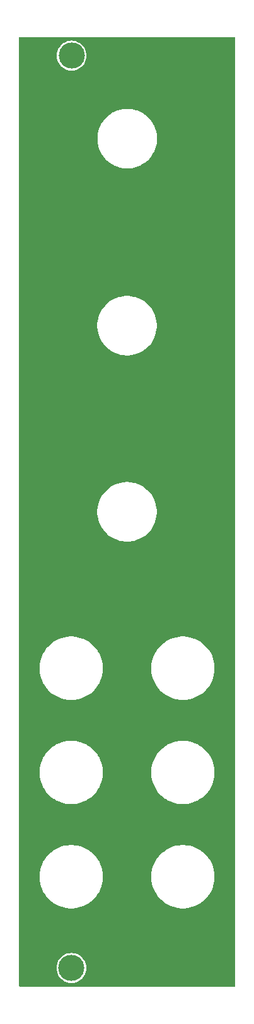
<source format=gbr>
%TF.GenerationSoftware,KiCad,Pcbnew,8.0.2*%
%TF.CreationDate,2024-05-21T21:55:18+01:00*%
%TF.ProjectId,panel-vert_mx-2024-03-26,70616e65-6c2d-4766-9572-745f6d782d32,rev?*%
%TF.SameCoordinates,Original*%
%TF.FileFunction,Copper,L1,Top*%
%TF.FilePolarity,Positive*%
%FSLAX46Y46*%
G04 Gerber Fmt 4.6, Leading zero omitted, Abs format (unit mm)*
G04 Created by KiCad (PCBNEW 8.0.2) date 2024-05-21 21:55:18*
%MOMM*%
%LPD*%
G01*
G04 APERTURE LIST*
%TA.AperFunction,ViaPad*%
%ADD10C,3.504800*%
%TD*%
G04 APERTURE END LIST*
D10*
%TO.N,SHIELD*%
X141054858Y-43753600D03*
X141034562Y-166253600D03*
%TD*%
%TA.AperFunction,NonConductor*%
G36*
X162982294Y-41272406D02*
G01*
X163000600Y-41316600D01*
X163000600Y-168690600D01*
X162982294Y-168734794D01*
X162938100Y-168753100D01*
X134064100Y-168753100D01*
X134019906Y-168734794D01*
X134001600Y-168690600D01*
X134001600Y-166253600D01*
X139022536Y-166253600D01*
X139043015Y-166539933D01*
X139043016Y-166539939D01*
X139104037Y-166820452D01*
X139104038Y-166820456D01*
X139204359Y-167089426D01*
X139204360Y-167089429D01*
X139341937Y-167341382D01*
X139341942Y-167341388D01*
X139513978Y-167571202D01*
X139716959Y-167774183D01*
X139716962Y-167774185D01*
X139716965Y-167774188D01*
X139946779Y-167946224D01*
X140198736Y-168083803D01*
X140467709Y-168184125D01*
X140748221Y-168245146D01*
X141034562Y-168265626D01*
X141320903Y-168245146D01*
X141601415Y-168184125D01*
X141870388Y-168083803D01*
X142122345Y-167946224D01*
X142352159Y-167774188D01*
X142555150Y-167571197D01*
X142727186Y-167341383D01*
X142864765Y-167089426D01*
X142965087Y-166820453D01*
X143026108Y-166539941D01*
X143046588Y-166253600D01*
X143026108Y-165967259D01*
X142965087Y-165686747D01*
X142864765Y-165417774D01*
X142727186Y-165165817D01*
X142555150Y-164936003D01*
X142555147Y-164936000D01*
X142555145Y-164935997D01*
X142352164Y-164733016D01*
X142122350Y-164560980D01*
X142122344Y-164560975D01*
X141870391Y-164423398D01*
X141870388Y-164423397D01*
X141601418Y-164323076D01*
X141601417Y-164323075D01*
X141601415Y-164323075D01*
X141320903Y-164262054D01*
X141320899Y-164262053D01*
X141320895Y-164262053D01*
X141034562Y-164241574D01*
X140748228Y-164262053D01*
X140748222Y-164262053D01*
X140748221Y-164262054D01*
X140467709Y-164323075D01*
X140467705Y-164323076D01*
X140198735Y-164423397D01*
X140198732Y-164423398D01*
X139946779Y-164560975D01*
X139946773Y-164560980D01*
X139716959Y-164733016D01*
X139513978Y-164935997D01*
X139341942Y-165165811D01*
X139341937Y-165165817D01*
X139204360Y-165417770D01*
X139204359Y-165417773D01*
X139104038Y-165686743D01*
X139104037Y-165686747D01*
X139043016Y-165967260D01*
X139043015Y-165967266D01*
X139022536Y-166253600D01*
X134001600Y-166253600D01*
X134001600Y-153818016D01*
X136750600Y-153818016D01*
X136750600Y-154189183D01*
X136782949Y-154558932D01*
X136782949Y-154558934D01*
X136847398Y-154924445D01*
X136943463Y-155282960D01*
X136943466Y-155282972D01*
X137070413Y-155631755D01*
X137227263Y-155968121D01*
X137412850Y-156289568D01*
X137625722Y-156593582D01*
X137625729Y-156593590D01*
X137625739Y-156593605D01*
X137864317Y-156877932D01*
X137864323Y-156877939D01*
X138126760Y-157140376D01*
X138126766Y-157140381D01*
X138126768Y-157140383D01*
X138411095Y-157378961D01*
X138411111Y-157378972D01*
X138411117Y-157378977D01*
X138613323Y-157520562D01*
X138715132Y-157591850D01*
X139036568Y-157777431D01*
X139036574Y-157777434D01*
X139036578Y-157777436D01*
X139372944Y-157934286D01*
X139372955Y-157934291D01*
X139721732Y-158061235D01*
X140035672Y-158145355D01*
X140080254Y-158157301D01*
X140344188Y-158203839D01*
X140445770Y-158221751D01*
X140737096Y-158247238D01*
X140815517Y-158254100D01*
X140815519Y-158254100D01*
X141186683Y-158254100D01*
X141251381Y-158248439D01*
X141556430Y-158221751D01*
X141678271Y-158200267D01*
X141921945Y-158157301D01*
X141921951Y-158157299D01*
X141921953Y-158157299D01*
X142280468Y-158061235D01*
X142629245Y-157934291D01*
X142965632Y-157777431D01*
X143287068Y-157591850D01*
X143591105Y-157378961D01*
X143875432Y-157140383D01*
X144137883Y-156877932D01*
X144376461Y-156593605D01*
X144589350Y-156289568D01*
X144774931Y-155968132D01*
X144931791Y-155631745D01*
X145058735Y-155282968D01*
X145154799Y-154924453D01*
X145154799Y-154924451D01*
X145154801Y-154924445D01*
X145219250Y-154558934D01*
X145219251Y-154558930D01*
X145251600Y-154189181D01*
X145251600Y-153818019D01*
X145251600Y-153818016D01*
X151750600Y-153818016D01*
X151750600Y-154189183D01*
X151782949Y-154558932D01*
X151782949Y-154558934D01*
X151847398Y-154924445D01*
X151943463Y-155282960D01*
X151943466Y-155282972D01*
X152070413Y-155631755D01*
X152227263Y-155968121D01*
X152412850Y-156289568D01*
X152625722Y-156593582D01*
X152625729Y-156593590D01*
X152625739Y-156593605D01*
X152864317Y-156877932D01*
X152864323Y-156877939D01*
X153126760Y-157140376D01*
X153126766Y-157140381D01*
X153126768Y-157140383D01*
X153411095Y-157378961D01*
X153411111Y-157378972D01*
X153411117Y-157378977D01*
X153613323Y-157520562D01*
X153715132Y-157591850D01*
X154036568Y-157777431D01*
X154036574Y-157777434D01*
X154036578Y-157777436D01*
X154372944Y-157934286D01*
X154372955Y-157934291D01*
X154721732Y-158061235D01*
X155035672Y-158145355D01*
X155080254Y-158157301D01*
X155344188Y-158203839D01*
X155445770Y-158221751D01*
X155737096Y-158247238D01*
X155815517Y-158254100D01*
X155815519Y-158254100D01*
X156186683Y-158254100D01*
X156251381Y-158248439D01*
X156556430Y-158221751D01*
X156678271Y-158200267D01*
X156921945Y-158157301D01*
X156921951Y-158157299D01*
X156921953Y-158157299D01*
X157280468Y-158061235D01*
X157629245Y-157934291D01*
X157965632Y-157777431D01*
X158287068Y-157591850D01*
X158591105Y-157378961D01*
X158875432Y-157140383D01*
X159137883Y-156877932D01*
X159376461Y-156593605D01*
X159589350Y-156289568D01*
X159774931Y-155968132D01*
X159931791Y-155631745D01*
X160058735Y-155282968D01*
X160154799Y-154924453D01*
X160154799Y-154924451D01*
X160154801Y-154924445D01*
X160219250Y-154558934D01*
X160219251Y-154558930D01*
X160251600Y-154189181D01*
X160251600Y-153818019D01*
X160219251Y-153448270D01*
X160210621Y-153399329D01*
X160154801Y-153082754D01*
X160142855Y-153038172D01*
X160058735Y-152724232D01*
X159931791Y-152375455D01*
X159774931Y-152039068D01*
X159589350Y-151717632D01*
X159518062Y-151615823D01*
X159376477Y-151413617D01*
X159376472Y-151413611D01*
X159376461Y-151413595D01*
X159137883Y-151129268D01*
X159137881Y-151129266D01*
X159137876Y-151129260D01*
X158875439Y-150866823D01*
X158875432Y-150866817D01*
X158591105Y-150628239D01*
X158591090Y-150628229D01*
X158591082Y-150628222D01*
X158287068Y-150415350D01*
X157965632Y-150229769D01*
X157965628Y-150229767D01*
X157965621Y-150229763D01*
X157629255Y-150072913D01*
X157629248Y-150072910D01*
X157629245Y-150072909D01*
X157475282Y-150016871D01*
X157280472Y-149945966D01*
X157280468Y-149945965D01*
X157228978Y-149932168D01*
X156921945Y-149849898D01*
X156556433Y-149785449D01*
X156186683Y-149753100D01*
X156186681Y-149753100D01*
X155815519Y-149753100D01*
X155815517Y-149753100D01*
X155445767Y-149785449D01*
X155445765Y-149785449D01*
X155080254Y-149849898D01*
X154721739Y-149945963D01*
X154721727Y-149945966D01*
X154372944Y-150072913D01*
X154036578Y-150229763D01*
X153715131Y-150415350D01*
X153411117Y-150628222D01*
X153411101Y-150628234D01*
X153411095Y-150628239D01*
X153272463Y-150744564D01*
X153126760Y-150866823D01*
X152864323Y-151129260D01*
X152742064Y-151274963D01*
X152625739Y-151413595D01*
X152625738Y-151413597D01*
X152625722Y-151413617D01*
X152412850Y-151717631D01*
X152227263Y-152039078D01*
X152070413Y-152375444D01*
X151943466Y-152724227D01*
X151943463Y-152724239D01*
X151847398Y-153082754D01*
X151782949Y-153448265D01*
X151782949Y-153448267D01*
X151750600Y-153818016D01*
X145251600Y-153818016D01*
X145219251Y-153448270D01*
X145210621Y-153399329D01*
X145154801Y-153082754D01*
X145142855Y-153038172D01*
X145058735Y-152724232D01*
X144931791Y-152375455D01*
X144774931Y-152039068D01*
X144589350Y-151717632D01*
X144518062Y-151615823D01*
X144376477Y-151413617D01*
X144376472Y-151413611D01*
X144376461Y-151413595D01*
X144137883Y-151129268D01*
X144137881Y-151129266D01*
X144137876Y-151129260D01*
X143875439Y-150866823D01*
X143875432Y-150866817D01*
X143591105Y-150628239D01*
X143591090Y-150628229D01*
X143591082Y-150628222D01*
X143287068Y-150415350D01*
X142965632Y-150229769D01*
X142965628Y-150229767D01*
X142965621Y-150229763D01*
X142629255Y-150072913D01*
X142629248Y-150072910D01*
X142629245Y-150072909D01*
X142475282Y-150016871D01*
X142280472Y-149945966D01*
X142280468Y-149945965D01*
X142228978Y-149932168D01*
X141921945Y-149849898D01*
X141556433Y-149785449D01*
X141186683Y-149753100D01*
X141186681Y-149753100D01*
X140815519Y-149753100D01*
X140815517Y-149753100D01*
X140445767Y-149785449D01*
X140445765Y-149785449D01*
X140080254Y-149849898D01*
X139721739Y-149945963D01*
X139721727Y-149945966D01*
X139372944Y-150072913D01*
X139036578Y-150229763D01*
X138715131Y-150415350D01*
X138411117Y-150628222D01*
X138411101Y-150628234D01*
X138411095Y-150628239D01*
X138272463Y-150744564D01*
X138126760Y-150866823D01*
X137864323Y-151129260D01*
X137742064Y-151274963D01*
X137625739Y-151413595D01*
X137625738Y-151413597D01*
X137625722Y-151413617D01*
X137412850Y-151717631D01*
X137227263Y-152039078D01*
X137070413Y-152375444D01*
X136943466Y-152724227D01*
X136943463Y-152724239D01*
X136847398Y-153082754D01*
X136782949Y-153448265D01*
X136782949Y-153448267D01*
X136750600Y-153818016D01*
X134001600Y-153818016D01*
X134001600Y-139818016D01*
X136750600Y-139818016D01*
X136750600Y-140189183D01*
X136782949Y-140558932D01*
X136782949Y-140558934D01*
X136847398Y-140924445D01*
X136943463Y-141282960D01*
X136943466Y-141282972D01*
X137070413Y-141631755D01*
X137227263Y-141968121D01*
X137412850Y-142289568D01*
X137625722Y-142593582D01*
X137625729Y-142593590D01*
X137625739Y-142593605D01*
X137864317Y-142877932D01*
X137864323Y-142877939D01*
X138126760Y-143140376D01*
X138126766Y-143140381D01*
X138126768Y-143140383D01*
X138411095Y-143378961D01*
X138411111Y-143378972D01*
X138411117Y-143378977D01*
X138613323Y-143520562D01*
X138715132Y-143591850D01*
X139036568Y-143777431D01*
X139036574Y-143777434D01*
X139036578Y-143777436D01*
X139372944Y-143934286D01*
X139372955Y-143934291D01*
X139721732Y-144061235D01*
X140035672Y-144145355D01*
X140080254Y-144157301D01*
X140344188Y-144203839D01*
X140445770Y-144221751D01*
X140737096Y-144247238D01*
X140815517Y-144254100D01*
X140815519Y-144254100D01*
X141186683Y-144254100D01*
X141251381Y-144248439D01*
X141556430Y-144221751D01*
X141678271Y-144200267D01*
X141921945Y-144157301D01*
X141921951Y-144157299D01*
X141921953Y-144157299D01*
X142280468Y-144061235D01*
X142629245Y-143934291D01*
X142965632Y-143777431D01*
X143287068Y-143591850D01*
X143591105Y-143378961D01*
X143875432Y-143140383D01*
X144137883Y-142877932D01*
X144376461Y-142593605D01*
X144589350Y-142289568D01*
X144774931Y-141968132D01*
X144931791Y-141631745D01*
X145058735Y-141282968D01*
X145154799Y-140924453D01*
X145154799Y-140924451D01*
X145154801Y-140924445D01*
X145219250Y-140558934D01*
X145219251Y-140558930D01*
X145251600Y-140189181D01*
X145251600Y-139818019D01*
X145251600Y-139818016D01*
X151750600Y-139818016D01*
X151750600Y-140189183D01*
X151782949Y-140558932D01*
X151782949Y-140558934D01*
X151847398Y-140924445D01*
X151943463Y-141282960D01*
X151943466Y-141282972D01*
X152070413Y-141631755D01*
X152227263Y-141968121D01*
X152412850Y-142289568D01*
X152625722Y-142593582D01*
X152625729Y-142593590D01*
X152625739Y-142593605D01*
X152864317Y-142877932D01*
X152864323Y-142877939D01*
X153126760Y-143140376D01*
X153126766Y-143140381D01*
X153126768Y-143140383D01*
X153411095Y-143378961D01*
X153411111Y-143378972D01*
X153411117Y-143378977D01*
X153613323Y-143520562D01*
X153715132Y-143591850D01*
X154036568Y-143777431D01*
X154036574Y-143777434D01*
X154036578Y-143777436D01*
X154372944Y-143934286D01*
X154372955Y-143934291D01*
X154721732Y-144061235D01*
X155035672Y-144145355D01*
X155080254Y-144157301D01*
X155344188Y-144203839D01*
X155445770Y-144221751D01*
X155737096Y-144247238D01*
X155815517Y-144254100D01*
X155815519Y-144254100D01*
X156186683Y-144254100D01*
X156251381Y-144248439D01*
X156556430Y-144221751D01*
X156678271Y-144200267D01*
X156921945Y-144157301D01*
X156921951Y-144157299D01*
X156921953Y-144157299D01*
X157280468Y-144061235D01*
X157629245Y-143934291D01*
X157965632Y-143777431D01*
X158287068Y-143591850D01*
X158591105Y-143378961D01*
X158875432Y-143140383D01*
X159137883Y-142877932D01*
X159376461Y-142593605D01*
X159589350Y-142289568D01*
X159774931Y-141968132D01*
X159931791Y-141631745D01*
X160058735Y-141282968D01*
X160154799Y-140924453D01*
X160154799Y-140924451D01*
X160154801Y-140924445D01*
X160219250Y-140558934D01*
X160219251Y-140558930D01*
X160251600Y-140189181D01*
X160251600Y-139818019D01*
X160219251Y-139448270D01*
X160210621Y-139399329D01*
X160154801Y-139082754D01*
X160142855Y-139038172D01*
X160058735Y-138724232D01*
X159931791Y-138375455D01*
X159774931Y-138039068D01*
X159589350Y-137717632D01*
X159518062Y-137615823D01*
X159376477Y-137413617D01*
X159376472Y-137413611D01*
X159376461Y-137413595D01*
X159137883Y-137129268D01*
X159137881Y-137129266D01*
X159137876Y-137129260D01*
X158875439Y-136866823D01*
X158875432Y-136866817D01*
X158591105Y-136628239D01*
X158591090Y-136628229D01*
X158591082Y-136628222D01*
X158287068Y-136415350D01*
X157965632Y-136229769D01*
X157965628Y-136229767D01*
X157965621Y-136229763D01*
X157629255Y-136072913D01*
X157629248Y-136072910D01*
X157629245Y-136072909D01*
X157475282Y-136016871D01*
X157280472Y-135945966D01*
X157280468Y-135945965D01*
X157228978Y-135932168D01*
X156921945Y-135849898D01*
X156556433Y-135785449D01*
X156186683Y-135753100D01*
X156186681Y-135753100D01*
X155815519Y-135753100D01*
X155815517Y-135753100D01*
X155445767Y-135785449D01*
X155445765Y-135785449D01*
X155080254Y-135849898D01*
X154721739Y-135945963D01*
X154721727Y-135945966D01*
X154372944Y-136072913D01*
X154036578Y-136229763D01*
X153715131Y-136415350D01*
X153411117Y-136628222D01*
X153411101Y-136628234D01*
X153411095Y-136628239D01*
X153272463Y-136744564D01*
X153126760Y-136866823D01*
X152864323Y-137129260D01*
X152742064Y-137274963D01*
X152625739Y-137413595D01*
X152625738Y-137413597D01*
X152625722Y-137413617D01*
X152412850Y-137717631D01*
X152227263Y-138039078D01*
X152070413Y-138375444D01*
X151943466Y-138724227D01*
X151943463Y-138724239D01*
X151847398Y-139082754D01*
X151782949Y-139448265D01*
X151782949Y-139448267D01*
X151750600Y-139818016D01*
X145251600Y-139818016D01*
X145219251Y-139448270D01*
X145210621Y-139399329D01*
X145154801Y-139082754D01*
X145142855Y-139038172D01*
X145058735Y-138724232D01*
X144931791Y-138375455D01*
X144774931Y-138039068D01*
X144589350Y-137717632D01*
X144518062Y-137615823D01*
X144376477Y-137413617D01*
X144376472Y-137413611D01*
X144376461Y-137413595D01*
X144137883Y-137129268D01*
X144137881Y-137129266D01*
X144137876Y-137129260D01*
X143875439Y-136866823D01*
X143875432Y-136866817D01*
X143591105Y-136628239D01*
X143591090Y-136628229D01*
X143591082Y-136628222D01*
X143287068Y-136415350D01*
X142965632Y-136229769D01*
X142965628Y-136229767D01*
X142965621Y-136229763D01*
X142629255Y-136072913D01*
X142629248Y-136072910D01*
X142629245Y-136072909D01*
X142475282Y-136016871D01*
X142280472Y-135945966D01*
X142280468Y-135945965D01*
X142228978Y-135932168D01*
X141921945Y-135849898D01*
X141556433Y-135785449D01*
X141186683Y-135753100D01*
X141186681Y-135753100D01*
X140815519Y-135753100D01*
X140815517Y-135753100D01*
X140445767Y-135785449D01*
X140445765Y-135785449D01*
X140080254Y-135849898D01*
X139721739Y-135945963D01*
X139721727Y-135945966D01*
X139372944Y-136072913D01*
X139036578Y-136229763D01*
X138715131Y-136415350D01*
X138411117Y-136628222D01*
X138411101Y-136628234D01*
X138411095Y-136628239D01*
X138272463Y-136744564D01*
X138126760Y-136866823D01*
X137864323Y-137129260D01*
X137742064Y-137274963D01*
X137625739Y-137413595D01*
X137625738Y-137413597D01*
X137625722Y-137413617D01*
X137412850Y-137717631D01*
X137227263Y-138039078D01*
X137070413Y-138375444D01*
X136943466Y-138724227D01*
X136943463Y-138724239D01*
X136847398Y-139082754D01*
X136782949Y-139448265D01*
X136782949Y-139448267D01*
X136750600Y-139818016D01*
X134001600Y-139818016D01*
X134001600Y-125818016D01*
X136750600Y-125818016D01*
X136750600Y-126189183D01*
X136782949Y-126558932D01*
X136782949Y-126558934D01*
X136847398Y-126924445D01*
X136943463Y-127282960D01*
X136943466Y-127282972D01*
X137070413Y-127631755D01*
X137227263Y-127968121D01*
X137412850Y-128289568D01*
X137625722Y-128593582D01*
X137625729Y-128593590D01*
X137625739Y-128593605D01*
X137864317Y-128877932D01*
X137864323Y-128877939D01*
X138126760Y-129140376D01*
X138126766Y-129140381D01*
X138126768Y-129140383D01*
X138411095Y-129378961D01*
X138411111Y-129378972D01*
X138411117Y-129378977D01*
X138613323Y-129520562D01*
X138715132Y-129591850D01*
X139036568Y-129777431D01*
X139036574Y-129777434D01*
X139036578Y-129777436D01*
X139372944Y-129934286D01*
X139372955Y-129934291D01*
X139721732Y-130061235D01*
X140035672Y-130145355D01*
X140080254Y-130157301D01*
X140344188Y-130203839D01*
X140445770Y-130221751D01*
X140737096Y-130247238D01*
X140815517Y-130254100D01*
X140815519Y-130254100D01*
X141186683Y-130254100D01*
X141251381Y-130248439D01*
X141556430Y-130221751D01*
X141678271Y-130200267D01*
X141921945Y-130157301D01*
X141921951Y-130157299D01*
X141921953Y-130157299D01*
X142280468Y-130061235D01*
X142629245Y-129934291D01*
X142965632Y-129777431D01*
X143287068Y-129591850D01*
X143591105Y-129378961D01*
X143875432Y-129140383D01*
X144137883Y-128877932D01*
X144376461Y-128593605D01*
X144589350Y-128289568D01*
X144774931Y-127968132D01*
X144931791Y-127631745D01*
X145058735Y-127282968D01*
X145154799Y-126924453D01*
X145154799Y-126924451D01*
X145154801Y-126924445D01*
X145219250Y-126558934D01*
X145219251Y-126558930D01*
X145251600Y-126189181D01*
X145251600Y-125818019D01*
X145251600Y-125818016D01*
X151750600Y-125818016D01*
X151750600Y-126189183D01*
X151782949Y-126558932D01*
X151782949Y-126558934D01*
X151847398Y-126924445D01*
X151943463Y-127282960D01*
X151943466Y-127282972D01*
X152070413Y-127631755D01*
X152227263Y-127968121D01*
X152412850Y-128289568D01*
X152625722Y-128593582D01*
X152625729Y-128593590D01*
X152625739Y-128593605D01*
X152864317Y-128877932D01*
X152864323Y-128877939D01*
X153126760Y-129140376D01*
X153126766Y-129140381D01*
X153126768Y-129140383D01*
X153411095Y-129378961D01*
X153411111Y-129378972D01*
X153411117Y-129378977D01*
X153613323Y-129520562D01*
X153715132Y-129591850D01*
X154036568Y-129777431D01*
X154036574Y-129777434D01*
X154036578Y-129777436D01*
X154372944Y-129934286D01*
X154372955Y-129934291D01*
X154721732Y-130061235D01*
X155035672Y-130145355D01*
X155080254Y-130157301D01*
X155344188Y-130203839D01*
X155445770Y-130221751D01*
X155737096Y-130247238D01*
X155815517Y-130254100D01*
X155815519Y-130254100D01*
X156186683Y-130254100D01*
X156251381Y-130248439D01*
X156556430Y-130221751D01*
X156678271Y-130200267D01*
X156921945Y-130157301D01*
X156921951Y-130157299D01*
X156921953Y-130157299D01*
X157280468Y-130061235D01*
X157629245Y-129934291D01*
X157965632Y-129777431D01*
X158287068Y-129591850D01*
X158591105Y-129378961D01*
X158875432Y-129140383D01*
X159137883Y-128877932D01*
X159376461Y-128593605D01*
X159589350Y-128289568D01*
X159774931Y-127968132D01*
X159931791Y-127631745D01*
X160058735Y-127282968D01*
X160154799Y-126924453D01*
X160154799Y-126924451D01*
X160154801Y-126924445D01*
X160219250Y-126558934D01*
X160219251Y-126558930D01*
X160251600Y-126189181D01*
X160251600Y-125818019D01*
X160219251Y-125448270D01*
X160210621Y-125399329D01*
X160154801Y-125082754D01*
X160142855Y-125038172D01*
X160058735Y-124724232D01*
X159931791Y-124375455D01*
X159774931Y-124039068D01*
X159589350Y-123717632D01*
X159518062Y-123615823D01*
X159376477Y-123413617D01*
X159376472Y-123413611D01*
X159376461Y-123413595D01*
X159137883Y-123129268D01*
X159137881Y-123129266D01*
X159137876Y-123129260D01*
X158875439Y-122866823D01*
X158875432Y-122866817D01*
X158591105Y-122628239D01*
X158591090Y-122628229D01*
X158591082Y-122628222D01*
X158287068Y-122415350D01*
X157965632Y-122229769D01*
X157965628Y-122229767D01*
X157965621Y-122229763D01*
X157629255Y-122072913D01*
X157629248Y-122072910D01*
X157629245Y-122072909D01*
X157475282Y-122016871D01*
X157280472Y-121945966D01*
X157280468Y-121945965D01*
X157228978Y-121932168D01*
X156921945Y-121849898D01*
X156556433Y-121785449D01*
X156186683Y-121753100D01*
X156186681Y-121753100D01*
X155815519Y-121753100D01*
X155815517Y-121753100D01*
X155445767Y-121785449D01*
X155445765Y-121785449D01*
X155080254Y-121849898D01*
X154721739Y-121945963D01*
X154721727Y-121945966D01*
X154372944Y-122072913D01*
X154036578Y-122229763D01*
X153715131Y-122415350D01*
X153411117Y-122628222D01*
X153411101Y-122628234D01*
X153411095Y-122628239D01*
X153272463Y-122744564D01*
X153126760Y-122866823D01*
X152864323Y-123129260D01*
X152742064Y-123274963D01*
X152625739Y-123413595D01*
X152625738Y-123413597D01*
X152625722Y-123413617D01*
X152412850Y-123717631D01*
X152227263Y-124039078D01*
X152070413Y-124375444D01*
X151943466Y-124724227D01*
X151943463Y-124724239D01*
X151847398Y-125082754D01*
X151782949Y-125448265D01*
X151782949Y-125448267D01*
X151750600Y-125818016D01*
X145251600Y-125818016D01*
X145219251Y-125448270D01*
X145210621Y-125399329D01*
X145154801Y-125082754D01*
X145142855Y-125038172D01*
X145058735Y-124724232D01*
X144931791Y-124375455D01*
X144774931Y-124039068D01*
X144589350Y-123717632D01*
X144518062Y-123615823D01*
X144376477Y-123413617D01*
X144376472Y-123413611D01*
X144376461Y-123413595D01*
X144137883Y-123129268D01*
X144137881Y-123129266D01*
X144137876Y-123129260D01*
X143875439Y-122866823D01*
X143875432Y-122866817D01*
X143591105Y-122628239D01*
X143591090Y-122628229D01*
X143591082Y-122628222D01*
X143287068Y-122415350D01*
X142965632Y-122229769D01*
X142965628Y-122229767D01*
X142965621Y-122229763D01*
X142629255Y-122072913D01*
X142629248Y-122072910D01*
X142629245Y-122072909D01*
X142475282Y-122016871D01*
X142280472Y-121945966D01*
X142280468Y-121945965D01*
X142228978Y-121932168D01*
X141921945Y-121849898D01*
X141556433Y-121785449D01*
X141186683Y-121753100D01*
X141186681Y-121753100D01*
X140815519Y-121753100D01*
X140815517Y-121753100D01*
X140445767Y-121785449D01*
X140445765Y-121785449D01*
X140080254Y-121849898D01*
X139721739Y-121945963D01*
X139721727Y-121945966D01*
X139372944Y-122072913D01*
X139036578Y-122229763D01*
X138715131Y-122415350D01*
X138411117Y-122628222D01*
X138411101Y-122628234D01*
X138411095Y-122628239D01*
X138272463Y-122744564D01*
X138126760Y-122866823D01*
X137864323Y-123129260D01*
X137742064Y-123274963D01*
X137625739Y-123413595D01*
X137625738Y-123413597D01*
X137625722Y-123413617D01*
X137412850Y-123717631D01*
X137227263Y-124039078D01*
X137070413Y-124375444D01*
X136943466Y-124724227D01*
X136943463Y-124724239D01*
X136847398Y-125082754D01*
X136782949Y-125448265D01*
X136782949Y-125448267D01*
X136750600Y-125818016D01*
X134001600Y-125818016D01*
X134001600Y-104807071D01*
X144500600Y-104807071D01*
X144500600Y-105200128D01*
X144539125Y-105591295D01*
X144615806Y-105976800D01*
X144615810Y-105976815D01*
X144729910Y-106352953D01*
X144729912Y-106352958D01*
X144729914Y-106352964D01*
X144880328Y-106716095D01*
X145065614Y-107062743D01*
X145283996Y-107389574D01*
X145283999Y-107389577D01*
X145533345Y-107693406D01*
X145533351Y-107693413D01*
X145811286Y-107971348D01*
X145811293Y-107971354D01*
X146115122Y-108220700D01*
X146115125Y-108220703D01*
X146115131Y-108220707D01*
X146441951Y-108439082D01*
X146441953Y-108439083D01*
X146441956Y-108439085D01*
X146573643Y-108509473D01*
X146788603Y-108624371D01*
X147151735Y-108774785D01*
X147151734Y-108774785D01*
X147151737Y-108774786D01*
X147151747Y-108774790D01*
X147527885Y-108888890D01*
X147527894Y-108888891D01*
X147527899Y-108888893D01*
X147630775Y-108909356D01*
X147913397Y-108965573D01*
X147913402Y-108965573D01*
X147913405Y-108965574D01*
X147913403Y-108965574D01*
X148112661Y-108985198D01*
X148304568Y-109004100D01*
X148304572Y-109004100D01*
X148697628Y-109004100D01*
X148697632Y-109004100D01*
X148951914Y-108979055D01*
X149088795Y-108965574D01*
X149088797Y-108965573D01*
X149088803Y-108965573D01*
X149474315Y-108888890D01*
X149850453Y-108774790D01*
X150213597Y-108624371D01*
X150560249Y-108439082D01*
X150887069Y-108220707D01*
X151190912Y-107971350D01*
X151468850Y-107693412D01*
X151718207Y-107389569D01*
X151936582Y-107062749D01*
X152121871Y-106716097D01*
X152272290Y-106352953D01*
X152386390Y-105976815D01*
X152463073Y-105591303D01*
X152501600Y-105200132D01*
X152501600Y-104807068D01*
X152463073Y-104415897D01*
X152386390Y-104030385D01*
X152272290Y-103654247D01*
X152121871Y-103291103D01*
X151936582Y-102944451D01*
X151718207Y-102617631D01*
X151718203Y-102617625D01*
X151718200Y-102617622D01*
X151468854Y-102313793D01*
X151468848Y-102313786D01*
X151190913Y-102035851D01*
X151190906Y-102035845D01*
X150887077Y-101786499D01*
X150887074Y-101786496D01*
X150560243Y-101568114D01*
X150213595Y-101382828D01*
X149850464Y-101232414D01*
X149850465Y-101232414D01*
X149850456Y-101232411D01*
X149850453Y-101232410D01*
X149646367Y-101170501D01*
X149474316Y-101118310D01*
X149474300Y-101118306D01*
X149088794Y-101041625D01*
X149088796Y-101041625D01*
X148788038Y-101012004D01*
X148697632Y-101003100D01*
X148304568Y-101003100D01*
X148214161Y-101012004D01*
X147913404Y-101041625D01*
X147527899Y-101118306D01*
X147527883Y-101118310D01*
X147291776Y-101189932D01*
X147151747Y-101232410D01*
X147151743Y-101232411D01*
X147151735Y-101232414D01*
X146788604Y-101382828D01*
X146441956Y-101568114D01*
X146115125Y-101786496D01*
X146115122Y-101786499D01*
X145811293Y-102035845D01*
X145811286Y-102035851D01*
X145533351Y-102313786D01*
X145533345Y-102313793D01*
X145283999Y-102617622D01*
X145283996Y-102617625D01*
X145065614Y-102944456D01*
X144880328Y-103291104D01*
X144729914Y-103654235D01*
X144615810Y-104030383D01*
X144615806Y-104030399D01*
X144539125Y-104415904D01*
X144500600Y-104807071D01*
X134001600Y-104807071D01*
X134001600Y-79807071D01*
X144500600Y-79807071D01*
X144500600Y-80200128D01*
X144539125Y-80591295D01*
X144615806Y-80976800D01*
X144615810Y-80976815D01*
X144729910Y-81352953D01*
X144729912Y-81352958D01*
X144729914Y-81352964D01*
X144880328Y-81716095D01*
X145065614Y-82062743D01*
X145283996Y-82389574D01*
X145283999Y-82389577D01*
X145533345Y-82693406D01*
X145533351Y-82693413D01*
X145811286Y-82971348D01*
X145811293Y-82971354D01*
X146115122Y-83220700D01*
X146115125Y-83220703D01*
X146115131Y-83220707D01*
X146441951Y-83439082D01*
X146441953Y-83439083D01*
X146441956Y-83439085D01*
X146573643Y-83509473D01*
X146788603Y-83624371D01*
X147151735Y-83774785D01*
X147151734Y-83774785D01*
X147151737Y-83774786D01*
X147151747Y-83774790D01*
X147527885Y-83888890D01*
X147527894Y-83888891D01*
X147527899Y-83888893D01*
X147630775Y-83909356D01*
X147913397Y-83965573D01*
X147913402Y-83965573D01*
X147913405Y-83965574D01*
X147913403Y-83965574D01*
X148112661Y-83985198D01*
X148304568Y-84004100D01*
X148304572Y-84004100D01*
X148697628Y-84004100D01*
X148697632Y-84004100D01*
X148951914Y-83979055D01*
X149088795Y-83965574D01*
X149088797Y-83965573D01*
X149088803Y-83965573D01*
X149474315Y-83888890D01*
X149850453Y-83774790D01*
X150213597Y-83624371D01*
X150560249Y-83439082D01*
X150887069Y-83220707D01*
X151190912Y-82971350D01*
X151468850Y-82693412D01*
X151718207Y-82389569D01*
X151936582Y-82062749D01*
X152121871Y-81716097D01*
X152272290Y-81352953D01*
X152386390Y-80976815D01*
X152463073Y-80591303D01*
X152501600Y-80200132D01*
X152501600Y-79807068D01*
X152463073Y-79415897D01*
X152386390Y-79030385D01*
X152272290Y-78654247D01*
X152121871Y-78291103D01*
X151936582Y-77944451D01*
X151718207Y-77617631D01*
X151718203Y-77617625D01*
X151718200Y-77617622D01*
X151468854Y-77313793D01*
X151468848Y-77313786D01*
X151190913Y-77035851D01*
X151190906Y-77035845D01*
X150887077Y-76786499D01*
X150887074Y-76786496D01*
X150560243Y-76568114D01*
X150213595Y-76382828D01*
X149850464Y-76232414D01*
X149850465Y-76232414D01*
X149850456Y-76232411D01*
X149850453Y-76232410D01*
X149646367Y-76170501D01*
X149474316Y-76118310D01*
X149474300Y-76118306D01*
X149088794Y-76041625D01*
X149088796Y-76041625D01*
X148788038Y-76012004D01*
X148697632Y-76003100D01*
X148304568Y-76003100D01*
X148214161Y-76012004D01*
X147913404Y-76041625D01*
X147527899Y-76118306D01*
X147527883Y-76118310D01*
X147291776Y-76189932D01*
X147151747Y-76232410D01*
X147151743Y-76232411D01*
X147151735Y-76232414D01*
X146788604Y-76382828D01*
X146441956Y-76568114D01*
X146115125Y-76786496D01*
X146115122Y-76786499D01*
X145811293Y-77035845D01*
X145811286Y-77035851D01*
X145533351Y-77313786D01*
X145533345Y-77313793D01*
X145283999Y-77617622D01*
X145283996Y-77617625D01*
X145065614Y-77944456D01*
X144880328Y-78291104D01*
X144729914Y-78654235D01*
X144615810Y-79030383D01*
X144615806Y-79030399D01*
X144539125Y-79415904D01*
X144500600Y-79807071D01*
X134001600Y-79807071D01*
X134001600Y-54694886D01*
X144520817Y-54694886D01*
X144520817Y-55087943D01*
X144559342Y-55479110D01*
X144636023Y-55864615D01*
X144636027Y-55864630D01*
X144750127Y-56240768D01*
X144750129Y-56240773D01*
X144750131Y-56240779D01*
X144900545Y-56603910D01*
X145085831Y-56950558D01*
X145304213Y-57277389D01*
X145304216Y-57277392D01*
X145553562Y-57581221D01*
X145553568Y-57581228D01*
X145831503Y-57859163D01*
X145831510Y-57859169D01*
X146135339Y-58108515D01*
X146135342Y-58108518D01*
X146135348Y-58108522D01*
X146462168Y-58326897D01*
X146462170Y-58326898D01*
X146462173Y-58326900D01*
X146593860Y-58397288D01*
X146808820Y-58512186D01*
X147171952Y-58662600D01*
X147171951Y-58662600D01*
X147171954Y-58662601D01*
X147171964Y-58662605D01*
X147548102Y-58776705D01*
X147548111Y-58776706D01*
X147548116Y-58776708D01*
X147650992Y-58797171D01*
X147933614Y-58853388D01*
X147933619Y-58853388D01*
X147933622Y-58853389D01*
X147933620Y-58853389D01*
X148132878Y-58873013D01*
X148324785Y-58891915D01*
X148324789Y-58891915D01*
X148717845Y-58891915D01*
X148717849Y-58891915D01*
X148972131Y-58866870D01*
X149109012Y-58853389D01*
X149109014Y-58853388D01*
X149109020Y-58853388D01*
X149494532Y-58776705D01*
X149870670Y-58662605D01*
X150233814Y-58512186D01*
X150580466Y-58326897D01*
X150907286Y-58108522D01*
X151211129Y-57859165D01*
X151489067Y-57581227D01*
X151738424Y-57277384D01*
X151956799Y-56950564D01*
X152142088Y-56603912D01*
X152292507Y-56240768D01*
X152406607Y-55864630D01*
X152483290Y-55479118D01*
X152521817Y-55087947D01*
X152521817Y-54694883D01*
X152483290Y-54303712D01*
X152406607Y-53918200D01*
X152292507Y-53542062D01*
X152142088Y-53178918D01*
X151956799Y-52832266D01*
X151738424Y-52505446D01*
X151738420Y-52505440D01*
X151738417Y-52505437D01*
X151489071Y-52201608D01*
X151489065Y-52201601D01*
X151211130Y-51923666D01*
X151211123Y-51923660D01*
X150907294Y-51674314D01*
X150907291Y-51674311D01*
X150580460Y-51455929D01*
X150233812Y-51270643D01*
X149870681Y-51120229D01*
X149870682Y-51120229D01*
X149870673Y-51120226D01*
X149870670Y-51120225D01*
X149666584Y-51058316D01*
X149494533Y-51006125D01*
X149494517Y-51006121D01*
X149109011Y-50929440D01*
X149109013Y-50929440D01*
X148808255Y-50899819D01*
X148717849Y-50890915D01*
X148324785Y-50890915D01*
X148234378Y-50899819D01*
X147933621Y-50929440D01*
X147548116Y-51006121D01*
X147548100Y-51006125D01*
X147311993Y-51077747D01*
X147171964Y-51120225D01*
X147171960Y-51120226D01*
X147171952Y-51120229D01*
X146808821Y-51270643D01*
X146462173Y-51455929D01*
X146135342Y-51674311D01*
X146135339Y-51674314D01*
X145831510Y-51923660D01*
X145831503Y-51923666D01*
X145553568Y-52201601D01*
X145553562Y-52201608D01*
X145304216Y-52505437D01*
X145304213Y-52505440D01*
X145085831Y-52832271D01*
X144900545Y-53178919D01*
X144750131Y-53542050D01*
X144636027Y-53918198D01*
X144636023Y-53918214D01*
X144559342Y-54303719D01*
X144520817Y-54694886D01*
X134001600Y-54694886D01*
X134001600Y-43753600D01*
X139042832Y-43753600D01*
X139063311Y-44039933D01*
X139063312Y-44039939D01*
X139124333Y-44320452D01*
X139124334Y-44320456D01*
X139224655Y-44589426D01*
X139224656Y-44589429D01*
X139362233Y-44841382D01*
X139362238Y-44841388D01*
X139534274Y-45071202D01*
X139737255Y-45274183D01*
X139737258Y-45274185D01*
X139737261Y-45274188D01*
X139967075Y-45446224D01*
X140219032Y-45583803D01*
X140488005Y-45684125D01*
X140768517Y-45745146D01*
X141054858Y-45765626D01*
X141341199Y-45745146D01*
X141621711Y-45684125D01*
X141890684Y-45583803D01*
X142142641Y-45446224D01*
X142372455Y-45274188D01*
X142575446Y-45071197D01*
X142747482Y-44841383D01*
X142885061Y-44589426D01*
X142985383Y-44320453D01*
X143046404Y-44039941D01*
X143066884Y-43753600D01*
X143046404Y-43467259D01*
X142985383Y-43186747D01*
X142885061Y-42917774D01*
X142747482Y-42665817D01*
X142575446Y-42436003D01*
X142575443Y-42436000D01*
X142575441Y-42435997D01*
X142372460Y-42233016D01*
X142142646Y-42060980D01*
X142142640Y-42060975D01*
X141890687Y-41923398D01*
X141890684Y-41923397D01*
X141621714Y-41823076D01*
X141621713Y-41823075D01*
X141621711Y-41823075D01*
X141341199Y-41762054D01*
X141341195Y-41762053D01*
X141341191Y-41762053D01*
X141054858Y-41741574D01*
X140768524Y-41762053D01*
X140768518Y-41762053D01*
X140768517Y-41762054D01*
X140488005Y-41823075D01*
X140488001Y-41823076D01*
X140219031Y-41923397D01*
X140219028Y-41923398D01*
X139967075Y-42060975D01*
X139967069Y-42060980D01*
X139737255Y-42233016D01*
X139534274Y-42435997D01*
X139362238Y-42665811D01*
X139362233Y-42665817D01*
X139224656Y-42917770D01*
X139224655Y-42917773D01*
X139124334Y-43186743D01*
X139124333Y-43186747D01*
X139063312Y-43467260D01*
X139063311Y-43467266D01*
X139042832Y-43753600D01*
X134001600Y-43753600D01*
X134001600Y-41316600D01*
X134019906Y-41272406D01*
X134064100Y-41254100D01*
X162938100Y-41254100D01*
X162982294Y-41272406D01*
G37*
%TD.AperFunction*%
M02*

</source>
